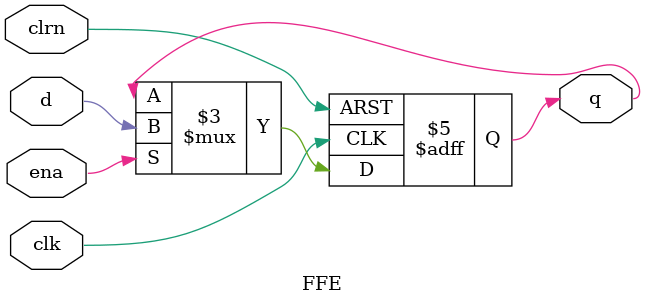
<source format=v>

module FFE (d, clk, clrn, ena, q);

input d, clk, clrn, ena; 
output reg q;

always @ (posedge clk or negedge clrn)
begin	
	if (~clrn) 
		q <= 1'b0;
	else if (ena)
		q <= d;
end

endmodule

</source>
